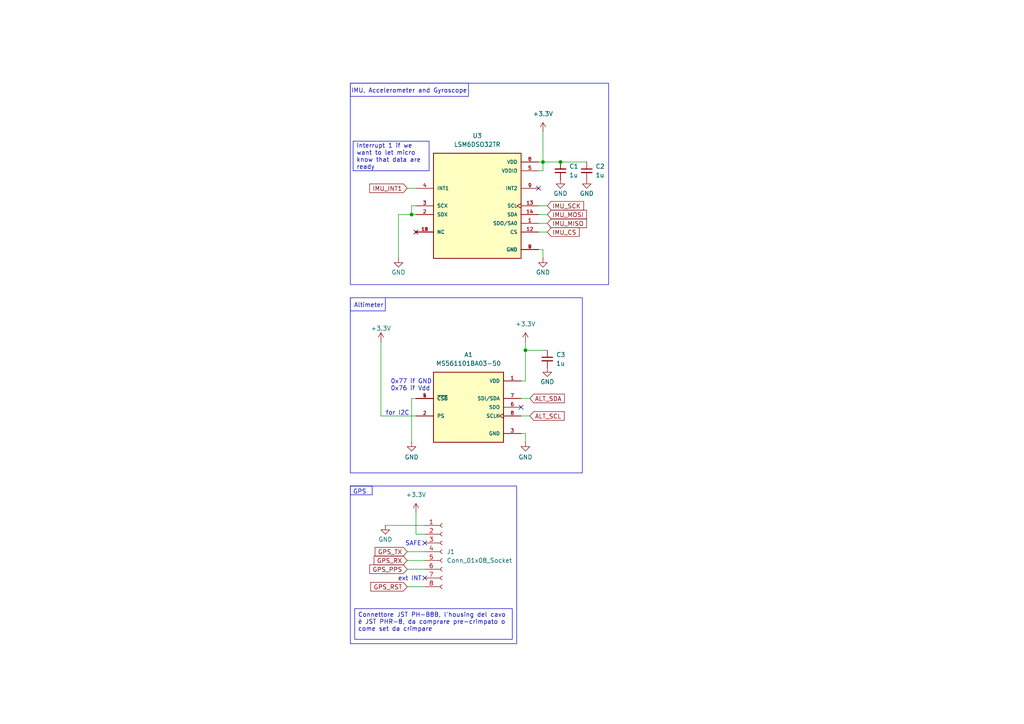
<source format=kicad_sch>
(kicad_sch (version 20250114) (generator "eeschema") (generator_version "9.0")
  (paper "A4")
  (lib_symbols
    (symbol "Connector:Conn_01x08_Socket" (pin_names (offset 1.016) (hide yes))
      (property "Reference" "J" (at 0 10.16 0))
      (property "Value" "Conn_01x08_Socket" (at 0 -12.7 0))
      (symbol "Conn_01x08_Socket_1_1"
        (polyline (pts (xy -1.27 7.62) (xy -0.508 7.62)) (stroke (width 0.1524)))
        (polyline (pts (xy -1.27 5.08) (xy -0.508 5.08)) (stroke (width 0.1524)))
        (polyline (pts (xy -1.27 2.54) (xy -0.508 2.54)) (stroke (width 0.1524)))
        (polyline (pts (xy -1.27 0) (xy -0.508 0)) (stroke (width 0.1524)))
        (polyline (pts (xy -1.27 -2.54) (xy -0.508 -2.54)) (stroke (width 0.1524)))
        (polyline (pts (xy -1.27 -5.08) (xy -0.508 -5.08)) (stroke (width 0.1524)))
        (polyline (pts (xy -1.27 -7.62) (xy -0.508 -7.62)) (stroke (width 0.1524)))
        (polyline (pts (xy -1.27 -10.16) (xy -0.508 -10.16)) (stroke (width 0.1524)))
        (arc (start 0 7.112) (mid -0.5058 7.62) (end 0 8.128) (stroke (width 0.1524)))
        (arc (start 0 4.572) (mid -0.5058 5.08) (end 0 5.588) (stroke (width 0.1524)))
        (arc (start 0 2.032) (mid -0.5058 2.54) (end 0 3.048) (stroke (width 0.1524)))
        (arc (start 0 -0.508) (mid -0.5058 0) (end 0 0.508) (stroke (width 0.1524)))
        (arc (start 0 -3.048) (mid -0.5058 -2.54) (end 0 -2.032) (stroke (width 0.1524)))
        (arc (start 0 -5.588) (mid -0.5058 -5.08) (end 0 -4.572) (stroke (width 0.1524)))
        (arc (start 0 -8.128) (mid -0.5058 -7.62) (end 0 -7.112) (stroke (width 0.1524)))
        (arc (start 0 -10.668) (mid -0.5058 -10.16) (end 0 -9.652) (stroke (width 0.1524)))
        (pin passive line (at -5.08 7.62 0) (length 3.81) (name "Pin_1") (number "1"))
        (pin passive line (at -5.08 5.08 0) (length 3.81) (name "Pin_2") (number "2"))
        (pin passive line (at -5.08 2.54 0) (length 3.81) (name "Pin_3") (number "3"))
        (pin passive line (at -5.08 0 0) (length 3.81) (name "Pin_4") (number "4"))
        (pin passive line (at -5.08 -2.54 0) (length 3.81) (name "Pin_5") (number "5"))
        (pin passive line (at -5.08 -5.08 0) (length 3.81) (name "Pin_6") (number "6"))
        (pin passive line (at -5.08 -7.62 0) (length 3.81) (name "Pin_7") (number "7"))
        (pin passive line (at -5.08 -10.16 0) (length 3.81) (name "Pin_8") (number "8"))
      )
    )
    (symbol "Device:C_Small" (pin_numbers (hide yes)) (pin_names (offset 0.254) (hide yes))
      (property "Reference" "C" (at 0.254 1.778 0))
      (property "Value" "C_Small" (at 0.254 -2.032 0))
      (symbol "C_Small_0_1"
        (polyline (pts (xy -1.524 0.508) (xy 1.524 0.508)) (stroke (width 0.3048)))
        (polyline (pts (xy -1.524 -0.508) (xy 1.524 -0.508)) (stroke (width 0.3302)))
      )
      (symbol "C_Small_1_1"
        (pin passive line (at 0 2.54 270) (length 2.032) (name "~") (number "1"))
        (pin passive line (at 0 -2.54 90) (length 2.032) (name "~") (number "2"))
      )
    )
    (symbol "LSM6DSO32TR:LSM6DSO32TR" (pin_names (offset 1.016))
      (property "Reference" "U" (at -12.7 16.002 0))
      (property "Value" "LSM6DSO32TR" (at -12.7 -17.78 0))
      (symbol "LSM6DSO32TR_0_0"
        (rectangle (start -12.7 -15.24) (end 12.7 15.24) (stroke (width 0.254)) (fill (type background)))
        (pin input line (at -17.78 5.08 0) (length 5.08) (name "INT1") (number "4"))
        (pin passive line (at -17.78 0 0) (length 5.08) (name "SCX") (number "3"))
        (pin passive line (at -17.78 -2.54 0) (length 5.08) (name "SDX") (number "2"))
        (pin no_connect line (at -17.78 -7.62 0) (length 5.08) (name "NC") (number "10"))
        (pin no_connect line (at -17.78 -7.62 0) (length 5.08) (name "NC") (number "11"))
        (pin power_in line (at 17.78 12.7 180) (length 5.08) (name "VDD") (number "8"))
        (pin power_in line (at 17.78 10.16 180) (length 5.08) (name "VDDIO") (number "5"))
        (pin output line (at 17.78 5.08 180) (length 5.08) (name "INT2") (number "9"))
        (pin input clock (at 17.78 0 180) (length 5.08) (name "SCL") (number "13"))
        (pin bidirectional line (at 17.78 -2.54 180) (length 5.08) (name "SDA") (number "14"))
        (pin bidirectional line (at 17.78 -5.08 180) (length 5.08) (name "SDO/SA0") (number "1"))
        (pin input line (at 17.78 -7.62 180) (length 5.08) (name "CS") (number "12"))
        (pin power_in line (at 17.78 -12.7 180) (length 5.08) (name "GND") (number "6"))
        (pin power_in line (at 17.78 -12.7 180) (length 5.08) (name "GND") (number "7"))
      )
    )
    (symbol "MS561101BA03-50:MS561101BA03-50" (pin_names (offset 1.016))
      (property "Reference" "A" (at -10.16 10.922 0))
      (property "Value" "MS561101BA03-50" (at -10.16 -12.7 0))
      (symbol "MS561101BA03-50_0_0"
        (rectangle (start -10.16 -10.16) (end 10.16 10.16) (stroke (width 0.254)) (fill (type background)))
        (pin input line (at -15.24 2.54 0) (length 5.08) (name "~{CSB}") (number "4"))
        (pin input line (at -15.24 2.54 0) (length 5.08) (name "~{CSB}") (number "5"))
        (pin input line (at -15.24 -2.54 0) (length 5.08) (name "PS") (number "2"))
        (pin power_in line (at 15.24 7.62 180) (length 5.08) (name "VDD") (number "1"))
        (pin bidirectional line (at 15.24 2.54 180) (length 5.08) (name "SDI/SDA") (number "7"))
        (pin output line (at 15.24 0 180) (length 5.08) (name "SDO") (number "6"))
        (pin input clock (at 15.24 -2.54 180) (length 5.08) (name "SCLK") (number "8"))
        (pin power_in line (at 15.24 -7.62 180) (length 5.08) (name "GND") (number "3"))
      )
    )
    (symbol "power:+3.3V" (power) (pin_numbers (hide yes)) (pin_names (offset 0) (hide yes))
      (property "Value" "+3.3V" (at 0 3.556 0))
      (symbol "+3.3V_0_1"
        (polyline (pts (xy -0.762 1.27) (xy 0 2.54)))
        (polyline (pts (xy 0 2.54) (xy 0.762 1.27)))
        (polyline (pts (xy 0 0) (xy 0 2.54)))
      )
      (symbol "+3.3V_1_1"
        (pin power_in line (at 0 0 90) (length 0) (name "~") (number "1"))
      )
    )
    (symbol "power:GND" (power) (pin_numbers (hide yes)) (pin_names (offset 0) (hide yes))
      (property "Value" "GND" (at 0 -3.81 0))
      (symbol "GND_0_1"
        (polyline (pts (xy 0 0) (xy 0 -1.27) (xy 1.27 -1.27) (xy 0 -2.54) (xy -1.27 -1.27) (xy 0 -1.27)))
      )
      (symbol "GND_1_1"
        (pin power_in line (at 0 0 270) (length 0) (name "~") (number "1"))
      )
    )
  )
  (rectangle (start 101.6 86.36) (end 111.76 90.17))
  (rectangle (start 101.6 140.97) (end 107.95 143.51))
  (rectangle (start 101.6 24.13) (end 135.89 27.94))
  (rectangle (start 101.6 86.36) (end 168.91 137.16))
  (rectangle (start 101.6 140.97) (end 149.86 186.69))
  (rectangle (start 101.6 24.13) (end 176.53 82.55))
  (text "Altimeter" (at 102.616 88.646 0) (effects (font (size 1.27 1.27)) (justify left)))
  (text "IMU, Accelerometer and Gyroscope" (at 101.854 26.416 0) (effects (font (size 1.27 1.27)) (justify left)))
  (text "for I2C" (at 115.316 119.888 0) (effects (font (size 1.27 1.27))))
  (text "ext INT" (at 118.872 167.894 0) (effects (font (size 1.27 1.27))))
  (text "0x77 if GND\n0x76 if Vdd" (at 113.284 111.76 0) (effects (font (size 1.27 1.27)) (justify left)))
  (text "SAFE" (at 119.888 157.734 0) (effects (font (size 1.27 1.27))))
  (text "GPS" (at 102.362 142.748 0) (effects (font (size 1.27 1.27)) (justify left)))
  (text_box "Connettore JST PH-B8B, l'housing del cavo è JST PHR-8, da comprare pre-crimpato o come set da crimpare" (at 102.87 176.53 0) (size 45.72 8.89) (margins 0.9525 0.9525 0.9525 0.9525) (effects (font (size 1.27 1.27)) (justify left top)))
  (text_box "Interrupt 1 if we want to let micro know that data are ready\n" (at 102.4256 40.952 0) (size 22.0344 8.578) (margins 0.9525 0.9525 0.9525 0.9525) (effects (font (size 1.27 1.27)) (justify left)))
  (junction (at 157.48 46.99))
  (junction (at 152.4 101.6))
  (junction (at 119.38 62.23))
  (junction (at 162.56 46.99))
  (no_connect (at 120.65 67.31))
  (no_connect (at 151.13 118.11))
  (no_connect (at 123.19 167.64))
  (no_connect (at 123.19 157.48))
  (no_connect (at 156.21 54.61))
  (wire (pts (xy 157.48 46.99) (xy 162.56 46.99)))
  (wire (pts (xy 157.48 46.99) (xy 157.48 49.53)))
  (wire (pts (xy 152.4 101.6) (xy 158.75 101.6)))
  (wire (pts (xy 152.4 99.06) (xy 152.4 101.6)))
  (wire (pts (xy 156.21 46.99) (xy 157.48 46.99)))
  (wire (pts (xy 156.21 67.31) (xy 158.75 67.31)))
  (wire (pts (xy 157.48 72.39) (xy 156.21 72.39)))
  (wire (pts (xy 153.67 120.65) (xy 151.13 120.65)))
  (wire (pts (xy 156.21 49.53) (xy 157.48 49.53)))
  (wire (pts (xy 119.38 115.57) (xy 120.65 115.57)))
  (wire (pts (xy 157.48 72.39) (xy 157.48 74.93)))
  (wire (pts (xy 156.21 62.23) (xy 158.75 62.23)))
  (wire (pts (xy 118.11 54.61) (xy 120.65 54.61)))
  (wire (pts (xy 118.11 162.56) (xy 123.19 162.56)))
  (wire (pts (xy 110.49 120.65) (xy 110.49 99.06)))
  (wire (pts (xy 120.65 154.94) (xy 120.65 148.59)))
  (wire (pts (xy 119.38 128.27) (xy 119.38 115.57)))
  (wire (pts (xy 118.11 160.02) (xy 123.19 160.02)))
  (wire (pts (xy 123.19 154.94) (xy 120.65 154.94)))
  (wire (pts (xy 118.11 170.18) (xy 123.19 170.18)))
  (wire (pts (xy 151.13 125.73) (xy 152.4 125.73)))
  (wire (pts (xy 110.49 120.65) (xy 120.65 120.65)))
  (wire (pts (xy 153.67 115.57) (xy 151.13 115.57)))
  (wire (pts (xy 119.38 62.23) (xy 120.65 62.23)))
  (wire (pts (xy 152.4 110.49) (xy 151.13 110.49)))
  (wire (pts (xy 156.21 64.77) (xy 158.75 64.77)))
  (wire (pts (xy 156.21 59.69) (xy 158.75 59.69)))
  (wire (pts (xy 118.11 165.1) (xy 123.19 165.1)))
  (wire (pts (xy 157.48 46.99) (xy 157.48 38.1)))
  (wire (pts (xy 120.65 59.69) (xy 119.38 59.69)))
  (wire (pts (xy 162.56 46.99) (xy 170.18 46.99)))
  (wire (pts (xy 119.38 59.69) (xy 119.38 62.23)))
  (wire (pts (xy 115.57 62.23) (xy 115.57 74.93)))
  (wire (pts (xy 111.76 152.4) (xy 123.19 152.4)))
  (wire (pts (xy 152.4 101.6) (xy 152.4 110.49)))
  (wire (pts (xy 152.4 125.73) (xy 152.4 128.27)))
  (wire (pts (xy 115.57 62.23) (xy 119.38 62.23)))
  (global_label "IMU_MISO" (shape input) (at 158.75 64.77 0) (property "Intersheetrefs" "${INTERSHEET_REFS}" (effects (hide yes))))
  (global_label "IMU_CS" (shape input) (at 158.75 67.31 0) (property "Intersheetrefs" "${INTERSHEET_REFS}" (effects (hide yes))))
  (global_label "GPS_TX" (shape input) (at 118.11 160.02 180) (property "Intersheetrefs" "${INTERSHEET_REFS}" (effects (hide yes))))
  (global_label "GPS_RX" (shape input) (at 118.11 162.56 180) (property "Intersheetrefs" "${INTERSHEET_REFS}" (effects (hide yes))))
  (global_label "ALT_SCL" (shape input) (at 153.67 120.65 0) (property "Intersheetrefs" "${INTERSHEET_REFS}" (effects (hide yes))))
  (global_label "IMU_MOSI" (shape input) (at 158.75 62.23 0) (property "Intersheetrefs" "${INTERSHEET_REFS}" (effects (hide yes))))
  (global_label "GPS_PPS" (shape input) (at 118.11 165.1 180) (property "Intersheetrefs" "${INTERSHEET_REFS}" (effects (hide yes))))
  (global_label "IMU_INT1" (shape input) (at 118.11 54.61 180) (property "Intersheetrefs" "${INTERSHEET_REFS}" (effects (hide yes))))
  (global_label "GPS_RST" (shape input) (at 118.11 170.18 180) (property "Intersheetrefs" "${INTERSHEET_REFS}" (effects (hide yes))))
  (global_label "ALT_SDA" (shape input) (at 153.67 115.57 0) (property "Intersheetrefs" "${INTERSHEET_REFS}" (effects (hide yes))))
  (global_label "IMU_SCK" (shape input) (at 158.75 59.69 0) (property "Intersheetrefs" "${INTERSHEET_REFS}" (effects (hide yes))))
  (symbol (lib_id "power:+3.3V") (at 110.49 99.06 0) (unit 1)
    (property "Reference" "#PWR015" (effects (hide yes)))
    (property "Value" "+3.3V" (at 110.49 95.25 0))
    (property "Description" "Power symbol creates a global label with name \"+3.3V\"" (effects (hide yes)))
  )
  (symbol (lib_id "Device:C_Small") (at 170.18 49.53 0) (unit 1)
    (property "Reference" "C2" (at 172.72 48.2662 0) (effects (justify left)))
    (property "Value" "1u" (at 172.72 50.8062 0) (effects (justify left)))
    (property "Footprint" "Capacitor_SMD:C_0603_1608Metric_Pad1.08x0.95mm_HandSolder" (effects (hide yes)))
    (property "Description" "Unpolarized capacitor, small symbol" (effects (hide yes)))
  )
  (symbol (lib_id "power:+3.3V") (at 120.65 148.59 0) (unit 1)
    (property "Reference" "#PWR019" (effects (hide yes)))
    (property "Value" "+3.3V" (at 120.65 143.51 0))
    (property "Description" "Power symbol creates a global label with name \"+3.3V\"" (effects (hide yes)))
  )
  (symbol (lib_id "power:GND") (at 119.38 128.27 0) (unit 1)
    (property "Reference" "#PWR018" (effects (hide yes)))
    (property "Value" "GND" (at 119.38 132.588 0))
    (property "Description" "Power symbol creates a global label with name \"GND\" , ground" (effects (hide yes)))
  )
  (symbol (lib_id "power:GND") (at 152.4 128.27 0) (unit 1)
    (property "Reference" "#PWR021" (effects (hide yes)))
    (property "Value" "GND" (at 152.4 132.588 0))
    (property "Description" "Power symbol creates a global label with name \"GND\" , ground" (effects (hide yes)))
  )
  (symbol (lib_id "Device:C_Small") (at 162.56 49.53 180) (unit 1)
    (property "Reference" "C1" (at 165.1 48.2535 0) (effects (justify right)))
    (property "Value" "1u" (at 165.1 50.7935 0) (effects (justify right)))
    (property "Footprint" "Capacitor_SMD:C_0603_1608Metric_Pad1.08x0.95mm_HandSolder" (effects (hide yes)))
    (property "Description" "Unpolarized capacitor, small symbol" (effects (hide yes)))
  )
  (symbol (lib_id "power:GND") (at 157.48 74.93 0) (unit 1)
    (property "Reference" "#PWR023" (effects (hide yes)))
    (property "Value" "GND" (at 157.48 78.994 0))
    (property "Description" "Power symbol creates a global label with name \"GND\" , ground" (effects (hide yes)))
  )
  (symbol (lib_id "power:+3.3V") (at 152.4 99.06 0) (unit 1)
    (property "Reference" "#PWR020" (effects (hide yes)))
    (property "Value" "+3.3V" (at 152.4 93.98 0))
    (property "Description" "Power symbol creates a global label with name \"+3.3V\"" (effects (hide yes)))
  )
  (symbol (lib_id "power:GND") (at 111.76 152.4 0) (unit 1)
    (property "Reference" "#PWR016" (effects (hide yes)))
    (property "Value" "GND" (at 111.76 156.464 0))
    (property "Description" "Power symbol creates a global label with name \"GND\" , ground" (effects (hide yes)))
  )
  (symbol (lib_id "power:GND") (at 115.57 74.93 0) (unit 1)
    (property "Reference" "#PWR017" (effects (hide yes)))
    (property "Value" "GND" (at 115.57 78.994 0))
    (property "Description" "Power symbol creates a global label with name \"GND\" , ground" (effects (hide yes)))
  )
  (symbol (lib_id "power:+3.3V") (at 157.48 38.1 0) (unit 1)
    (property "Reference" "#PWR022" (effects (hide yes)))
    (property "Value" "+3.3V" (at 157.48 33.02 0))
    (property "Description" "Power symbol creates a global label with name \"+3.3V\"" (effects (hide yes)))
  )
  (symbol (lib_id "Device:C_Small") (at 158.75 104.14 0) (unit 1)
    (property "Reference" "C3" (at 161.29 102.8762 0) (effects (justify left)))
    (property "Value" "1u" (at 161.29 105.4162 0) (effects (justify left)))
    (property "Footprint" "Capacitor_SMD:C_0603_1608Metric_Pad1.08x0.95mm_HandSolder" (effects (hide yes)))
    (property "Description" "Unpolarized capacitor, small symbol" (effects (hide yes)))
  )
  (symbol (lib_id "power:GND") (at 162.56 52.07 0) (unit 1)
    (property "Reference" "#PWR025" (effects (hide yes)))
    (property "Value" "GND" (at 162.56 56.134 0))
    (property "Description" "Power symbol creates a global label with name \"GND\" , ground" (effects (hide yes)))
  )
  (symbol (lib_id "power:GND") (at 158.75 106.68 0) (unit 1)
    (property "Reference" "#PWR024" (effects (hide yes)))
    (property "Value" "GND" (at 158.75 110.744 0))
    (property "Description" "Power symbol creates a global label with name \"GND\" , ground" (effects (hide yes)))
  )
  (symbol (lib_id "power:GND") (at 170.18 52.07 0) (unit 1)
    (property "Reference" "#PWR026" (effects (hide yes)))
    (property "Value" "GND" (at 170.18 56.134 0))
    (property "Description" "Power symbol creates a global label with name \"GND\" , ground" (effects (hide yes)))
  )
  (symbol (lib_id "LSM6DSO32TR:LSM6DSO32TR") (at 138.43 59.69 0) (unit 1)
    (property "Reference" "U3" (at 138.43 39.37 0))
    (property "Value" "LSM6DSO32TR" (at 138.43 41.91 0))
    (property "Footprint" "LSM6DSO32TR:XDCR_LSM6DSO32TR" (effects (hide yes)))
    (property "DigiKey_Part_Number" "497-LSM6DSO32CT-ND" (effects (hide yes)))
    (property "SnapEDA_Link" "https://www.snapeda.com/parts/LSM6DSO32TR/STMicroelectronics/view-part/?ref=snap" (effects (hide yes)))
    (property "MAXIMUM_PACKAGE_HEIGHT" "0.86mm" (effects (hide yes)))
    (property "Package" "VFLGA-14 STMicroelectronics" (effects (hide yes)))
    (property "Check_prices" "https://www.snapeda.com/parts/LSM6DSO32TR/STMicroelectronics/view-part/?ref=eda" (effects (hide yes)))
    (property "STANDARD" "Manufacturer Recommendations" (effects (hide yes)))
    (property "PARTREV" "1" (effects (hide yes)))
    (property "MF" "STMicroelectronics" (effects (hide yes)))
    (property "MP" "LSM6DSO32TR" (effects (hide yes)))
    (property "Description_1" "Accelerometer, Gyroscope, Temperature, 6 Axis Sensor I2C, SPI Output" (effects (hide yes)))
    (property "MANUFACTURER" "STMicroelectronics" (effects (hide yes)))
  )
  (symbol (lib_id "MS561101BA03-50:MS561101BA03-50") (at 135.89 118.11 0) (unit 1)
    (property "Reference" "A1" (at 135.89 102.87 0))
    (property "Value" "MS561101BA03-50" (at 135.89 105.41 0))
    (property "Footprint" "Sensors:XDCR_MS561101BA03-50" (effects (hide yes)))
    (property "Comment" "MS561101BA03-50" (effects (hide yes)))
    (property "MF" "TE Connectivity" (effects (hide yes)))
    (property "MAXIMUM_PACKAGE_HEIGHT" "1.1mm" (effects (hide yes)))
    (property "Package" "SMD-8 Measurement Specialties" (effects (hide yes)))
    (property "Price" "None" (effects (hide yes)))
    (property "Check_prices" "https://www.snapeda.com/parts/MS561101BA03-50/TE+Connectivity+Alcoswitch+Switches/view-part/?ref=eda" (effects (hide yes)))
    (property "STANDARD" "Manufacturer Recommendations" (effects (hide yes)))
    (property "PARTREV" "06/2017" (effects (hide yes)))
    (property "SnapEDA_Link" "https://www.snapeda.com/parts/MS561101BA03-50/TE+Connectivity+Alcoswitch+Switches/view-part/?ref=snap" (effects (hide yes)))
    (property "MP" "MS561101BA03-50" (effects (hide yes)))
    (property "Description_1" "BAROMETRIC PRESSURE SENSOR" (effects (hide yes)))
    (property "Availability" "In Stock" (effects (hide yes)))
    (property "MANUFACTURER" "TE Connectivity" (effects (hide yes)))
  )
  (symbol (lib_id "Connector:Conn_01x08_Socket") (at 128.27 160.02 0) (unit 1)
    (property "Reference" "J1" (at 129.54 160.0199 0) (effects (justify left)))
    (property "Value" "Conn_01x08_Socket" (at 129.54 162.5599 0) (effects (justify left)))
    (property "Footprint" "Connector_JST:JST_PH_B8B-PH-K_1x08_P2.00mm_Vertical" (effects (hide yes)))
    (property "Description" "Generic connector, single row, 01x08, script generated" (effects (hide yes)))
  )
)
</source>
